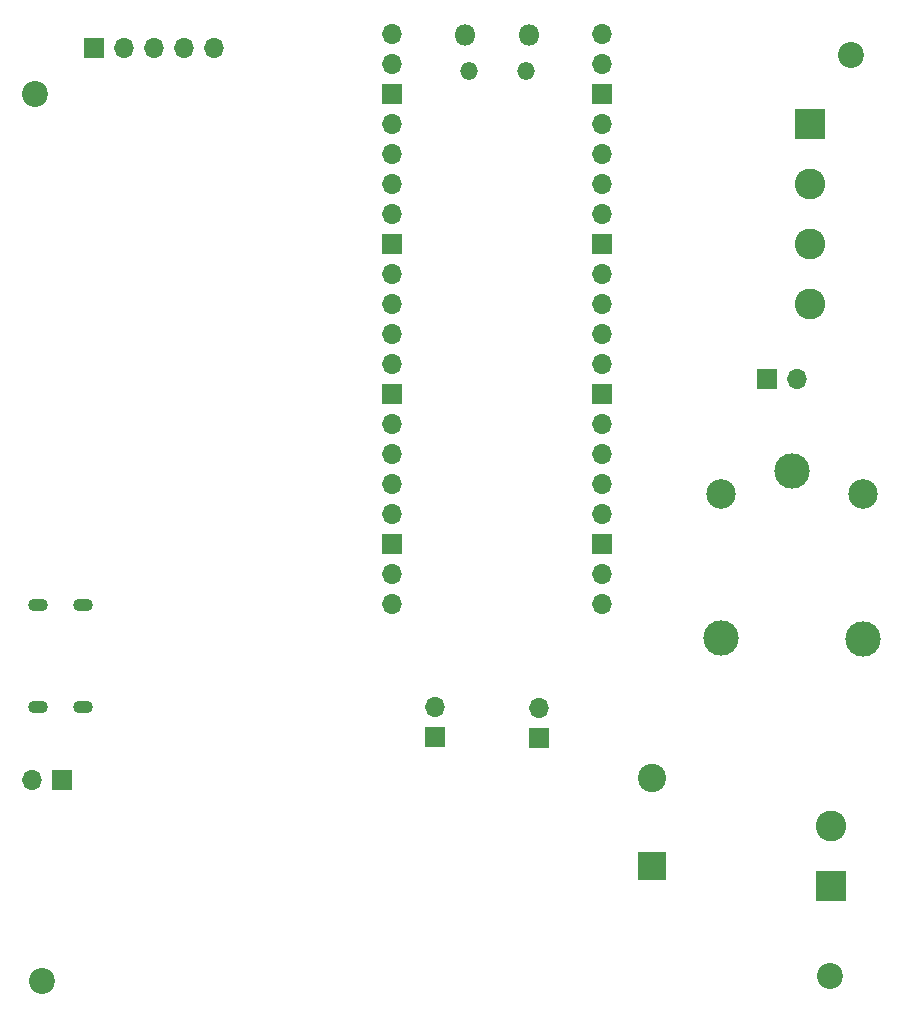
<source format=gbr>
%TF.GenerationSoftware,KiCad,Pcbnew,7.0.10*%
%TF.CreationDate,2024-02-03T01:06:53+01:00*%
%TF.ProjectId,Powerlabstech_Stool,506f7765-726c-4616-9273-746563685f53,rev?*%
%TF.SameCoordinates,Original*%
%TF.FileFunction,Soldermask,Bot*%
%TF.FilePolarity,Negative*%
%FSLAX46Y46*%
G04 Gerber Fmt 4.6, Leading zero omitted, Abs format (unit mm)*
G04 Created by KiCad (PCBNEW 7.0.10) date 2024-02-03 01:06:53*
%MOMM*%
%LPD*%
G01*
G04 APERTURE LIST*
%ADD10O,1.700000X1.100000*%
%ADD11R,2.600000X2.600000*%
%ADD12C,2.600000*%
%ADD13C,2.200000*%
%ADD14R,1.700000X1.700000*%
%ADD15O,1.700000X1.700000*%
%ADD16O,1.800000X1.800000*%
%ADD17O,1.500000X1.500000*%
%ADD18R,2.400000X2.400000*%
%ADD19C,2.400000*%
%ADD20C,3.000000*%
%ADD21C,2.500000*%
G04 APERTURE END LIST*
D10*
%TO.C,J6*%
X83010000Y-108770000D03*
X79210000Y-108770000D03*
X83010000Y-117410000D03*
X79210000Y-117410000D03*
%TD*%
D11*
%TO.C,D3*%
X144620000Y-68080000D03*
D12*
X144620000Y-73160000D03*
X144620000Y-78240000D03*
X144620000Y-83320000D03*
%TD*%
D13*
%TO.C,H1*%
X148082000Y-62230000D03*
%TD*%
D14*
%TO.C,J5*%
X81215000Y-123610000D03*
D15*
X78675000Y-123610000D03*
%TD*%
D12*
%TO.C,J1*%
X146375000Y-127485000D03*
D11*
X146375000Y-132565000D03*
%TD*%
D13*
%TO.C,H3*%
X146304000Y-140208000D03*
%TD*%
D16*
%TO.C,U5*%
X115385000Y-60582000D03*
D17*
X115685000Y-63612000D03*
X120535000Y-63612000D03*
D16*
X120835000Y-60582000D03*
D15*
X109220000Y-60452000D03*
X109220000Y-62992000D03*
D14*
X109220000Y-65532000D03*
D15*
X109220000Y-68072000D03*
X109220000Y-70612000D03*
X109220000Y-73152000D03*
X109220000Y-75692000D03*
D14*
X109220000Y-78232000D03*
D15*
X109220000Y-80772000D03*
X109220000Y-83312000D03*
X109220000Y-85852000D03*
X109220000Y-88392000D03*
D14*
X109220000Y-90932000D03*
D15*
X109220000Y-93472000D03*
X109220000Y-96012000D03*
X109220000Y-98552000D03*
X109220000Y-101092000D03*
D14*
X109220000Y-103632000D03*
D15*
X109220000Y-106172000D03*
X109220000Y-108712000D03*
X127000000Y-108712000D03*
X127000000Y-106172000D03*
D14*
X127000000Y-103632000D03*
D15*
X127000000Y-101092000D03*
X127000000Y-98552000D03*
X127000000Y-96012000D03*
X127000000Y-93472000D03*
D14*
X127000000Y-90932000D03*
D15*
X127000000Y-88392000D03*
X127000000Y-85852000D03*
X127000000Y-83312000D03*
X127000000Y-80772000D03*
D14*
X127000000Y-78232000D03*
D15*
X127000000Y-75692000D03*
X127000000Y-73152000D03*
X127000000Y-70612000D03*
X127000000Y-68072000D03*
D14*
X127000000Y-65532000D03*
D15*
X127000000Y-62992000D03*
X127000000Y-60452000D03*
%TD*%
D14*
%TO.C,J3*%
X121600000Y-120105000D03*
D15*
X121600000Y-117565000D03*
%TD*%
D13*
%TO.C,H4*%
X79520000Y-140620000D03*
%TD*%
D14*
%TO.C,J4*%
X83945000Y-61680000D03*
D15*
X86485000Y-61680000D03*
X89025000Y-61680000D03*
X91565000Y-61680000D03*
X94105000Y-61680000D03*
%TD*%
D14*
%TO.C,BT1*%
X112870000Y-119985000D03*
D15*
X112870000Y-117445000D03*
%TD*%
D13*
%TO.C,H2*%
X79000000Y-65500000D03*
%TD*%
D18*
%TO.C,C1*%
X131190000Y-130930000D03*
D19*
X131190000Y-123430000D03*
%TD*%
D14*
%TO.C,J2*%
X140970000Y-89662000D03*
D15*
X143510000Y-89662000D03*
%TD*%
D20*
%TO.C,K1*%
X143088000Y-97472000D03*
D21*
X137038000Y-99422000D03*
D20*
X137038000Y-111622000D03*
X149088000Y-111672000D03*
D21*
X149038000Y-99422000D03*
%TD*%
M02*

</source>
